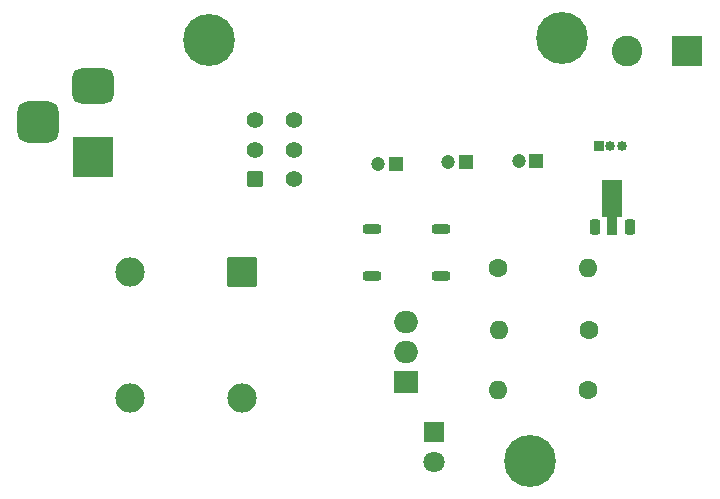
<source format=gbr>
%TF.GenerationSoftware,KiCad,Pcbnew,8.0.7*%
%TF.CreationDate,2025-03-15T06:07:22+02:00*%
%TF.ProjectId,power_supply,706f7765-725f-4737-9570-706c792e6b69,v1.0*%
%TF.SameCoordinates,Original*%
%TF.FileFunction,Soldermask,Top*%
%TF.FilePolarity,Negative*%
%FSLAX46Y46*%
G04 Gerber Fmt 4.6, Leading zero omitted, Abs format (unit mm)*
G04 Created by KiCad (PCBNEW 8.0.7) date 2025-03-15 06:07:22*
%MOMM*%
%LPD*%
G01*
G04 APERTURE LIST*
G04 Aperture macros list*
%AMRoundRect*
0 Rectangle with rounded corners*
0 $1 Rounding radius*
0 $2 $3 $4 $5 $6 $7 $8 $9 X,Y pos of 4 corners*
0 Add a 4 corners polygon primitive as box body*
4,1,4,$2,$3,$4,$5,$6,$7,$8,$9,$2,$3,0*
0 Add four circle primitives for the rounded corners*
1,1,$1+$1,$2,$3*
1,1,$1+$1,$4,$5*
1,1,$1+$1,$6,$7*
1,1,$1+$1,$8,$9*
0 Add four rect primitives between the rounded corners*
20,1,$1+$1,$2,$3,$4,$5,0*
20,1,$1+$1,$4,$5,$6,$7,0*
20,1,$1+$1,$6,$7,$8,$9,0*
20,1,$1+$1,$8,$9,$2,$3,0*%
%AMFreePoly0*
4,1,9,3.862500,-0.866500,0.737500,-0.866500,0.737500,-0.450000,-0.737500,-0.450000,-0.737500,0.450000,0.737500,0.450000,0.737500,0.866500,3.862500,0.866500,3.862500,-0.866500,3.862500,-0.866500,$1*%
G04 Aperture macros list end*
%ADD10RoundRect,0.200000X0.562500X0.200000X-0.562500X0.200000X-0.562500X-0.200000X0.562500X-0.200000X0*%
%ADD11R,1.200000X1.200000*%
%ADD12C,1.200000*%
%ADD13C,1.600000*%
%ADD14O,1.600000X1.600000*%
%ADD15R,0.850000X0.850000*%
%ADD16O,0.850000X0.850000*%
%ADD17RoundRect,0.225000X0.225000X-0.425000X0.225000X0.425000X-0.225000X0.425000X-0.225000X-0.425000X0*%
%ADD18FreePoly0,90.000000*%
%ADD19C,4.400000*%
%ADD20R,3.500000X3.500000*%
%ADD21RoundRect,0.750000X-1.000000X0.750000X-1.000000X-0.750000X1.000000X-0.750000X1.000000X0.750000X0*%
%ADD22RoundRect,0.875000X-0.875000X0.875000X-0.875000X-0.875000X0.875000X-0.875000X0.875000X0.875000X0*%
%ADD23R,2.000000X1.905000*%
%ADD24O,2.000000X1.905000*%
%ADD25RoundRect,0.102000X-1.143000X1.143000X-1.143000X-1.143000X1.143000X-1.143000X1.143000X1.143000X0*%
%ADD26C,2.490000*%
%ADD27R,1.800000X1.800000*%
%ADD28C,1.800000*%
%ADD29RoundRect,0.250000X0.450000X-0.450000X0.450000X0.450000X-0.450000X0.450000X-0.450000X-0.450000X0*%
%ADD30C,1.400000*%
%ADD31R,2.600000X2.600000*%
%ADD32C,2.600000*%
G04 APERTURE END LIST*
D10*
%TO.C,D1*%
X167072300Y-88004400D03*
X167072300Y-84004400D03*
X161197300Y-84004400D03*
X161197300Y-88004400D03*
%TD*%
D11*
%TO.C,C2*%
X169175400Y-78333600D03*
D12*
X167675400Y-78333600D03*
%TD*%
D13*
%TO.C,R2*%
X171907200Y-87325200D03*
D14*
X179527200Y-87325200D03*
%TD*%
D15*
%TO.C,J2*%
X180390800Y-77012800D03*
D16*
X181390800Y-77012800D03*
X182390800Y-77012800D03*
%TD*%
D17*
%TO.C,U2*%
X180059200Y-83890400D03*
D18*
X181559200Y-83802900D03*
D17*
X183059200Y-83890400D03*
%TD*%
D11*
%TO.C,C1*%
X175119000Y-78282800D03*
D12*
X173619000Y-78282800D03*
%TD*%
D19*
%TO.C,H3*%
X174548800Y-103682800D03*
%TD*%
D20*
%TO.C,J3*%
X137609500Y-77932800D03*
D21*
X137609500Y-71932800D03*
D22*
X132909500Y-74932800D03*
%TD*%
D23*
%TO.C,U1*%
X164063800Y-96977200D03*
D24*
X164063800Y-94437200D03*
X164063800Y-91897200D03*
%TD*%
D25*
%TO.C,T1*%
X150208650Y-87680800D03*
D26*
X140683650Y-87680800D03*
X140683650Y-98348800D03*
X150208650Y-98348800D03*
%TD*%
D27*
%TO.C,D2*%
X166411000Y-101193600D03*
D28*
X166411000Y-103733600D03*
%TD*%
D13*
%TO.C,R1*%
X179476400Y-97637600D03*
D14*
X171856400Y-97637600D03*
%TD*%
D29*
%TO.C,SW1*%
X151316300Y-79817600D03*
D30*
X151316300Y-77317600D03*
X151316300Y-74817600D03*
X154616300Y-74817600D03*
X154616300Y-77317600D03*
X154616300Y-79817600D03*
%TD*%
D13*
%TO.C,R3*%
X179578000Y-92608400D03*
D14*
X171958000Y-92608400D03*
%TD*%
D31*
%TO.C,J1*%
X187914200Y-68986200D03*
D32*
X182834200Y-68986200D03*
%TD*%
D19*
%TO.C,H2*%
X177292000Y-67868800D03*
%TD*%
D11*
%TO.C,C3*%
X163231800Y-78536800D03*
D12*
X161731800Y-78536800D03*
%TD*%
D19*
%TO.C,H1*%
X147370800Y-68021200D03*
%TD*%
M02*

</source>
